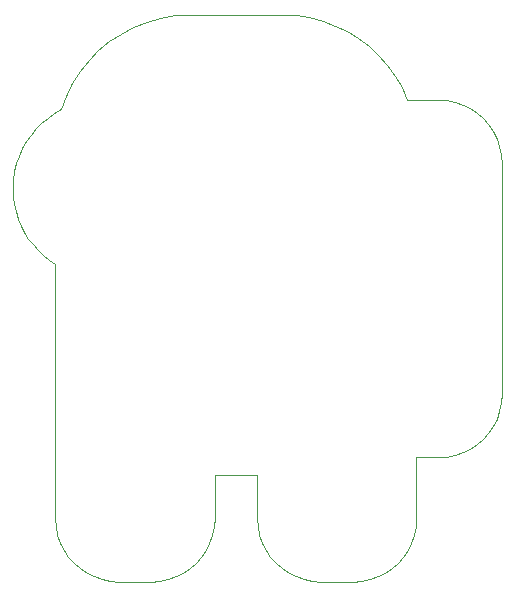
<source format=gbr>
%TF.GenerationSoftware,Flux,Pcbnew,7.0.11-7.0.11~ubuntu20.04.1*%
%TF.CreationDate,2024-08-16T08:07:52+00:00*%
%TF.ProjectId,input,696e7075-742e-46b6-9963-61645f706362,rev?*%
%TF.SameCoordinates,Original*%
%TF.FileFunction,Profile,NP*%
%FSLAX46Y46*%
G04 Gerber Fmt 4.6, Leading zero omitted, Abs format (unit mm)*
G04 Filename: betterflipperzero*
G04 Build it with Flux! Visit our site at: https://www.flux.ai (PCBNEW 7.0.11-7.0.11~ubuntu20.04.1) date 2024-08-16 08:07:52*
%MOMM*%
%LPD*%
G01*
G04 APERTURE LIST*
%TA.AperFunction,Profile*%
%ADD10C,0.050000*%
%TD*%
G04 APERTURE END LIST*
D10*
X11700000Y-25907400D02*
X11175669Y-25556619D01*
X11175669Y-25556619D02*
X10683750Y-25164153D01*
X10683750Y-25164153D02*
X10226756Y-24732516D01*
X10226756Y-24732516D02*
X9807200Y-24264222D01*
X9807200Y-24264222D02*
X9427594Y-23761787D01*
X9427594Y-23761787D02*
X9090450Y-23227725D01*
X9090450Y-23227725D02*
X8798281Y-22664550D01*
X8798281Y-22664550D02*
X8553600Y-22074778D01*
X8553600Y-22074778D02*
X8358919Y-21460922D01*
X8358919Y-21460922D02*
X8216750Y-20825497D01*
X8216750Y-20825497D02*
X8129606Y-20171018D01*
X8129606Y-20171018D02*
X8100000Y-19500000D01*
X8100000Y-19500000D02*
X8134326Y-18777717D01*
X8134326Y-18777717D02*
X8235211Y-18074864D01*
X8235211Y-18074864D02*
X8399513Y-17394581D01*
X8399513Y-17394581D02*
X8624089Y-16740011D01*
X8624089Y-16740011D02*
X8905799Y-16114295D01*
X8905799Y-16114295D02*
X9241500Y-15520575D01*
X9241500Y-15520575D02*
X9628051Y-14961992D01*
X9628051Y-14961992D02*
X10062311Y-14441689D01*
X10062311Y-14441689D02*
X10541138Y-13962806D01*
X10541138Y-13962806D02*
X11061389Y-13528486D01*
X11061389Y-13528486D02*
X11619924Y-13141870D01*
X11619924Y-13141870D02*
X12213600Y-12806100D01*
X12213600Y-12806100D02*
X12633638Y-11674144D01*
X12633638Y-11674144D02*
X13166500Y-10602431D01*
X13166500Y-10602431D02*
X13804913Y-9598238D01*
X13804913Y-9598238D02*
X14541600Y-8668844D01*
X14541600Y-8668844D02*
X15369288Y-7821531D01*
X15369288Y-7821531D02*
X16280700Y-7063575D01*
X16280700Y-7063575D02*
X17268563Y-6402257D01*
X17268563Y-6402257D02*
X18325600Y-5844856D01*
X18325600Y-5844856D02*
X19444538Y-5398650D01*
X19444538Y-5398650D02*
X20618100Y-5070919D01*
X20618100Y-5070919D02*
X21839013Y-4868943D01*
X21839013Y-4868943D02*
X23100000Y-4800000D01*
X23100000Y-4800000D02*
X30900000Y-4800000D01*
X30900000Y-4800000D02*
X32087701Y-4861126D01*
X32087701Y-4861126D02*
X33240310Y-5040458D01*
X33240310Y-5040458D02*
X34351758Y-5331928D01*
X34351758Y-5331928D02*
X35415978Y-5729467D01*
X35415978Y-5729467D02*
X36426902Y-6227005D01*
X36426902Y-6227005D02*
X37378462Y-6818475D01*
X37378462Y-6818475D02*
X38264592Y-7497807D01*
X38264592Y-7497807D02*
X39079222Y-8258933D01*
X39079222Y-8258933D02*
X39816286Y-9095784D01*
X39816286Y-9095784D02*
X40469715Y-10002292D01*
X40469715Y-10002292D02*
X41033443Y-10972386D01*
X41033443Y-10972386D02*
X41501400Y-12000000D01*
X41501400Y-12000000D02*
X44100000Y-12000000D01*
X44100000Y-12000000D02*
X44832740Y-12049296D01*
X44832740Y-12049296D02*
X45535521Y-12192896D01*
X45535521Y-12192896D02*
X46201908Y-12424364D01*
X46201908Y-12424364D02*
X46825467Y-12737267D01*
X46825467Y-12737267D02*
X47399763Y-13125169D01*
X47399763Y-13125169D02*
X47918362Y-13581638D01*
X47918362Y-13581638D02*
X48374831Y-14100237D01*
X48374831Y-14100237D02*
X48762733Y-14674533D01*
X48762733Y-14674533D02*
X49075636Y-15298092D01*
X49075636Y-15298092D02*
X49307104Y-15964479D01*
X49307104Y-15964479D02*
X49450704Y-16667260D01*
X49450704Y-16667260D02*
X49500000Y-17400000D01*
X49500000Y-17400000D02*
X49500000Y-36900000D01*
X49500000Y-36900000D02*
X49450704Y-37632740D01*
X49450704Y-37632740D02*
X49307104Y-38335521D01*
X49307104Y-38335521D02*
X49075636Y-39001908D01*
X49075636Y-39001908D02*
X48762733Y-39625467D01*
X48762733Y-39625467D02*
X48374831Y-40199763D01*
X48374831Y-40199763D02*
X47918362Y-40718362D01*
X47918362Y-40718362D02*
X47399763Y-41174831D01*
X47399763Y-41174831D02*
X46825467Y-41562733D01*
X46825467Y-41562733D02*
X46201908Y-41875636D01*
X46201908Y-41875636D02*
X45535521Y-42107104D01*
X45535521Y-42107104D02*
X44832740Y-42250704D01*
X44832740Y-42250704D02*
X44100000Y-42300000D01*
X44100000Y-42300000D02*
X42300000Y-42300000D01*
X42300000Y-42300000D02*
X42300000Y-47400000D01*
X42300000Y-47400000D02*
X42250704Y-48132740D01*
X42250704Y-48132740D02*
X42107104Y-48835521D01*
X42107104Y-48835521D02*
X41875636Y-49501908D01*
X41875636Y-49501908D02*
X41562733Y-50125467D01*
X41562733Y-50125467D02*
X41174831Y-50699763D01*
X41174831Y-50699763D02*
X40718362Y-51218362D01*
X40718362Y-51218362D02*
X40199763Y-51674831D01*
X40199763Y-51674831D02*
X39625467Y-52062733D01*
X39625467Y-52062733D02*
X39001908Y-52375636D01*
X39001908Y-52375636D02*
X38335521Y-52607104D01*
X38335521Y-52607104D02*
X37632740Y-52750704D01*
X37632740Y-52750704D02*
X36900000Y-52800000D01*
X36900000Y-52800000D02*
X34200000Y-52800000D01*
X34200000Y-52800000D02*
X33467260Y-52750704D01*
X33467260Y-52750704D02*
X32764479Y-52607104D01*
X32764479Y-52607104D02*
X32098092Y-52375636D01*
X32098092Y-52375636D02*
X31474533Y-52062733D01*
X31474533Y-52062733D02*
X30900237Y-51674831D01*
X30900237Y-51674831D02*
X30381638Y-51218362D01*
X30381638Y-51218362D02*
X29925169Y-50699763D01*
X29925169Y-50699763D02*
X29537267Y-50125467D01*
X29537267Y-50125467D02*
X29224364Y-49501908D01*
X29224364Y-49501908D02*
X28992896Y-48835521D01*
X28992896Y-48835521D02*
X28849296Y-48132740D01*
X28849296Y-48132740D02*
X28800000Y-47400000D01*
X28800000Y-47400000D02*
X28800000Y-43800000D01*
X28800000Y-43800000D02*
X25200000Y-43800000D01*
X25200000Y-43800000D02*
X25200000Y-47400000D01*
X25200000Y-47400000D02*
X25150704Y-48132740D01*
X25150704Y-48132740D02*
X25007104Y-48835521D01*
X25007104Y-48835521D02*
X24775636Y-49501908D01*
X24775636Y-49501908D02*
X24462733Y-50125467D01*
X24462733Y-50125467D02*
X24074831Y-50699763D01*
X24074831Y-50699763D02*
X23618363Y-51218362D01*
X23618363Y-51218362D02*
X23099763Y-51674831D01*
X23099763Y-51674831D02*
X22525467Y-52062733D01*
X22525467Y-52062733D02*
X21901908Y-52375636D01*
X21901908Y-52375636D02*
X21235521Y-52607104D01*
X21235521Y-52607104D02*
X20532740Y-52750704D01*
X20532740Y-52750704D02*
X19800000Y-52800000D01*
X19800000Y-52800000D02*
X17100000Y-52800000D01*
X17100000Y-52800000D02*
X16367260Y-52750704D01*
X16367260Y-52750704D02*
X15664479Y-52607104D01*
X15664479Y-52607104D02*
X14998092Y-52375636D01*
X14998092Y-52375636D02*
X14374533Y-52062733D01*
X14374533Y-52062733D02*
X13800237Y-51674831D01*
X13800237Y-51674831D02*
X13281638Y-51218362D01*
X13281638Y-51218362D02*
X12825169Y-50699763D01*
X12825169Y-50699763D02*
X12437267Y-50125467D01*
X12437267Y-50125467D02*
X12124364Y-49501908D01*
X12124364Y-49501908D02*
X11892896Y-48835521D01*
X11892896Y-48835521D02*
X11749296Y-48132740D01*
X11749296Y-48132740D02*
X11700000Y-47400000D01*
X11700000Y-47400000D02*
X11700000Y-25907400D01*
M02*

</source>
